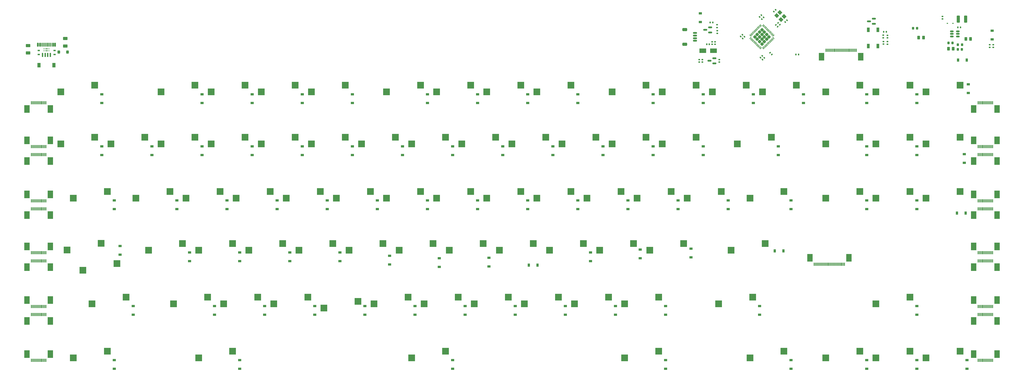
<source format=gbr>
%TF.GenerationSoftware,KiCad,Pcbnew,(6.0.5-0)*%
%TF.CreationDate,2023-01-21T22:01:52+08:00*%
%TF.ProjectId,main,6d61696e-2e6b-4696-9361-645f70636258,Prototype-V1*%
%TF.SameCoordinates,Original*%
%TF.FileFunction,Paste,Bot*%
%TF.FilePolarity,Positive*%
%FSLAX46Y46*%
G04 Gerber Fmt 4.6, Leading zero omitted, Abs format (unit mm)*
G04 Created by KiCad (PCBNEW (6.0.5-0)) date 2023-01-21 22:01:52*
%MOMM*%
%LPD*%
G01*
G04 APERTURE LIST*
G04 Aperture macros list*
%AMRoundRect*
0 Rectangle with rounded corners*
0 $1 Rounding radius*
0 $2 $3 $4 $5 $6 $7 $8 $9 X,Y pos of 4 corners*
0 Add a 4 corners polygon primitive as box body*
4,1,4,$2,$3,$4,$5,$6,$7,$8,$9,$2,$3,0*
0 Add four circle primitives for the rounded corners*
1,1,$1+$1,$2,$3*
1,1,$1+$1,$4,$5*
1,1,$1+$1,$6,$7*
1,1,$1+$1,$8,$9*
0 Add four rect primitives between the rounded corners*
20,1,$1+$1,$2,$3,$4,$5,0*
20,1,$1+$1,$4,$5,$6,$7,0*
20,1,$1+$1,$6,$7,$8,$9,0*
20,1,$1+$1,$8,$9,$2,$3,0*%
%AMRotRect*
0 Rectangle, with rotation*
0 The origin of the aperture is its center*
0 $1 length*
0 $2 width*
0 $3 Rotation angle, in degrees counterclockwise*
0 Add horizontal line*
21,1,$1,$2,0,0,$3*%
G04 Aperture macros list end*
%ADD10R,2.550000X2.500000*%
%ADD11R,1.200000X0.900000*%
%ADD12R,0.300000X1.300000*%
%ADD13R,2.000000X3.000000*%
%ADD14RoundRect,0.250000X0.625000X-0.375000X0.625000X0.375000X-0.625000X0.375000X-0.625000X-0.375000X0*%
%ADD15RoundRect,0.140000X0.170000X-0.140000X0.170000X0.140000X-0.170000X0.140000X-0.170000X-0.140000X0*%
%ADD16RoundRect,0.250000X0.000000X0.413257X-0.413257X0.000000X0.000000X-0.413257X0.413257X0.000000X0*%
%ADD17RoundRect,0.062500X0.220971X0.309359X-0.309359X-0.220971X-0.220971X-0.309359X0.309359X0.220971X0*%
%ADD18RoundRect,0.062500X-0.220971X0.309359X-0.309359X0.220971X0.220971X-0.309359X0.309359X-0.220971X0*%
%ADD19RoundRect,0.225000X-0.225000X-0.250000X0.225000X-0.250000X0.225000X0.250000X-0.225000X0.250000X0*%
%ADD20R,0.900000X0.500000*%
%ADD21RoundRect,0.250000X-0.262500X-0.450000X0.262500X-0.450000X0.262500X0.450000X-0.262500X0.450000X0*%
%ADD22RoundRect,0.140000X-0.021213X0.219203X-0.219203X0.021213X0.021213X-0.219203X0.219203X-0.021213X0*%
%ADD23R,0.900000X1.200000*%
%ADD24R,0.600000X0.450000*%
%ADD25RoundRect,0.140000X-0.219203X-0.021213X-0.021213X-0.219203X0.219203X0.021213X0.021213X0.219203X0*%
%ADD26RoundRect,0.135000X0.135000X0.185000X-0.135000X0.185000X-0.135000X-0.185000X0.135000X-0.185000X0*%
%ADD27RoundRect,0.135000X-0.185000X0.135000X-0.185000X-0.135000X0.185000X-0.135000X0.185000X0.135000X0*%
%ADD28RoundRect,0.135000X-0.135000X-0.185000X0.135000X-0.185000X0.135000X0.185000X-0.135000X0.185000X0*%
%ADD29RotRect,1.400000X1.200000X315.000000*%
%ADD30RoundRect,0.147500X-0.172500X0.147500X-0.172500X-0.147500X0.172500X-0.147500X0.172500X0.147500X0*%
%ADD31RoundRect,0.135000X0.185000X-0.135000X0.185000X0.135000X-0.185000X0.135000X-0.185000X-0.135000X0*%
%ADD32RoundRect,0.140000X-0.170000X0.140000X-0.170000X-0.140000X0.170000X-0.140000X0.170000X0.140000X0*%
%ADD33RoundRect,0.150000X-0.512500X-0.150000X0.512500X-0.150000X0.512500X0.150000X-0.512500X0.150000X0*%
%ADD34RoundRect,0.250000X-0.375000X-1.075000X0.375000X-1.075000X0.375000X1.075000X-0.375000X1.075000X0*%
%ADD35RoundRect,0.250000X-0.625000X0.375000X-0.625000X-0.375000X0.625000X-0.375000X0.625000X0.375000X0*%
%ADD36RoundRect,0.140000X0.219203X0.021213X0.021213X0.219203X-0.219203X-0.021213X-0.021213X-0.219203X0*%
%ADD37RoundRect,0.225000X0.225000X0.250000X-0.225000X0.250000X-0.225000X-0.250000X0.225000X-0.250000X0*%
%ADD38RoundRect,0.150000X0.587500X0.150000X-0.587500X0.150000X-0.587500X-0.150000X0.587500X-0.150000X0*%
%ADD39RoundRect,0.150000X0.625000X-0.150000X0.625000X0.150000X-0.625000X0.150000X-0.625000X-0.150000X0*%
%ADD40RoundRect,0.250000X0.650000X-0.350000X0.650000X0.350000X-0.650000X0.350000X-0.650000X-0.350000X0*%
%ADD41R,2.500000X1.800000*%
%ADD42RoundRect,0.140000X0.021213X-0.219203X0.219203X-0.021213X-0.021213X0.219203X-0.219203X0.021213X0*%
%ADD43RoundRect,0.140000X-0.140000X-0.170000X0.140000X-0.170000X0.140000X0.170000X-0.140000X0.170000X0*%
%ADD44R,1.200000X1.800000*%
%ADD45R,0.600000X1.550000*%
%ADD46R,1.100000X1.800000*%
%ADD47RoundRect,0.250000X0.262500X0.450000X-0.262500X0.450000X-0.262500X-0.450000X0.262500X-0.450000X0*%
%ADD48RoundRect,0.250000X-0.250000X-0.350000X0.250000X-0.350000X0.250000X0.350000X-0.250000X0.350000X0*%
%ADD49RoundRect,0.125000X0.000000X0.150000X0.000000X0.150000X0.000000X-0.150000X0.000000X-0.150000X0*%
%ADD50R,0.250000X0.550000*%
%ADD51R,0.300000X0.550000*%
%ADD52RoundRect,0.150000X-0.150000X-0.575000X0.150000X-0.575000X0.150000X0.575000X-0.150000X0.575000X0*%
%ADD53RoundRect,0.075000X-0.075000X-0.650000X0.075000X-0.650000X0.075000X0.650000X-0.075000X0.650000X0*%
G04 APERTURE END LIST*
D10*
X250090000Y-17245000D03*
X263017000Y-14705000D03*
X211990000Y-37873300D03*
X224917000Y-35333300D03*
X35777500Y-78095300D03*
X48704500Y-75555300D03*
X-2322500Y-37873300D03*
X10604500Y-35333300D03*
X21490000Y-37873300D03*
X34417000Y-35333300D03*
X254852500Y-98645300D03*
X267779500Y-96105300D03*
X69115000Y-17245000D03*
X82042000Y-14705000D03*
X140552500Y-57658300D03*
X153479500Y-55118300D03*
X216752500Y-57658300D03*
X229679500Y-55118300D03*
X254852500Y-37873300D03*
X267779500Y-35333300D03*
X321765000Y2540000D03*
X334692000Y5080000D03*
X-2322500Y-98645300D03*
X10604500Y-96105300D03*
X73877500Y-78095300D03*
X86804500Y-75555300D03*
X14228750Y-62738300D03*
X1301750Y-65278300D03*
X302715000Y-37873300D03*
X315642000Y-35333300D03*
X283665000Y2540000D03*
X296592000Y5080000D03*
X192940000Y-37873300D03*
X205867000Y-35333300D03*
X221515000Y2540000D03*
X234442000Y5080000D03*
X69115000Y2540000D03*
X82042000Y5080000D03*
X302715000Y2540000D03*
X315642000Y5080000D03*
X150077500Y-78095300D03*
X163004500Y-75555300D03*
X240565000Y2540000D03*
X253492000Y5080000D03*
X202465000Y2540000D03*
X215392000Y5080000D03*
X-7085000Y2540000D03*
X5842000Y5080000D03*
X154840000Y2540000D03*
X167767000Y5080000D03*
X145315000Y-17245000D03*
X158242000Y-14705000D03*
X107215000Y-17245000D03*
X120142000Y-14705000D03*
X321765000Y-98645300D03*
X334692000Y-96105300D03*
X164365000Y-17245000D03*
X177292000Y-14705000D03*
X4821250Y-78095300D03*
X17748250Y-75555300D03*
X247708750Y-57658300D03*
X260635750Y-55118300D03*
X321765000Y-37873300D03*
X334692000Y-35333300D03*
X169127500Y-78095300D03*
X182054500Y-75555300D03*
X45302500Y-57658300D03*
X58229500Y-55118300D03*
X-4685000Y-57645800D03*
X8242000Y-55105800D03*
X102452500Y-57658300D03*
X115379500Y-55118300D03*
X154840000Y-37873300D03*
X167767000Y-35333300D03*
X88165000Y2540000D03*
X101092000Y5080000D03*
X126265000Y-17245000D03*
X139192000Y-14705000D03*
X50065000Y-17245000D03*
X62992000Y-14705000D03*
X283665000Y-17245000D03*
X296592000Y-14705000D03*
X45302500Y-98645300D03*
X58229500Y-96105300D03*
X321765000Y-17245000D03*
X334692000Y-14705000D03*
X178652500Y-57658300D03*
X191579500Y-55118300D03*
X183415000Y-17245000D03*
X196342000Y-14705000D03*
X-7085000Y-17245000D03*
X5842000Y-14705000D03*
X88165000Y-17245000D03*
X101092000Y-14705000D03*
X283665000Y-98645300D03*
X296592000Y-96105300D03*
X116740000Y-37873300D03*
X129667000Y-35333300D03*
X59590000Y-37873300D03*
X72517000Y-35333300D03*
X135790000Y2540000D03*
X148717000Y5080000D03*
X302715000Y-17245000D03*
X315642000Y-14705000D03*
X259615000Y2540000D03*
X272542000Y5080000D03*
X197702500Y-57658300D03*
X210629500Y-55118300D03*
X40540000Y-37873300D03*
X53467000Y-35333300D03*
X54827500Y-78095300D03*
X67754500Y-75555300D03*
X242946250Y-78095300D03*
X255873250Y-75555300D03*
X202465000Y-17245000D03*
X215392000Y-14705000D03*
X26252500Y-57658300D03*
X39179500Y-55118300D03*
X64352500Y-57658300D03*
X77279500Y-55118300D03*
X173890000Y2540000D03*
X186817000Y5080000D03*
X31015000Y2540000D03*
X43942000Y5080000D03*
X207227500Y-78095300D03*
X220154500Y-75555300D03*
X116740000Y2540000D03*
X129667000Y5080000D03*
X83402500Y-57658300D03*
X96329500Y-55118300D03*
X135790000Y-37873300D03*
X148717000Y-35333300D03*
X126265000Y-98645300D03*
X139192000Y-96105300D03*
X221515000Y-17245000D03*
X234442000Y-14705000D03*
X207227500Y-98645300D03*
X220154500Y-96105300D03*
X111977500Y-78095300D03*
X124904500Y-75555300D03*
X11965000Y-17245000D03*
X24892000Y-14705000D03*
X121502500Y-57658300D03*
X134429500Y-55118300D03*
X31015000Y-17245000D03*
X43942000Y-14705000D03*
X131027500Y-78095300D03*
X143954500Y-75555300D03*
X188177500Y-78095300D03*
X201104500Y-75555300D03*
X78640000Y-37873300D03*
X91567000Y-35333300D03*
X173890000Y-37873300D03*
X186817000Y-35333300D03*
X50065000Y2540000D03*
X62992000Y5080000D03*
X159602500Y-57658300D03*
X172529500Y-55118300D03*
X302715000Y-98645300D03*
X315642000Y-96105300D03*
X92927500Y-79728721D03*
X105854500Y-77188721D03*
X231040000Y-37873300D03*
X243967000Y-35333300D03*
X283665000Y-37873300D03*
X296592000Y-35333300D03*
X302715000Y-78095300D03*
X315642000Y-75555300D03*
X97690000Y-37873300D03*
X110617000Y-35333300D03*
D11*
X13262500Y-42063300D03*
X13262500Y-38763300D03*
X84700000Y-1650000D03*
X84700000Y1650000D03*
D12*
X341575000Y-79085300D03*
X342075000Y-79085300D03*
X342575000Y-79085300D03*
X343075000Y-79085300D03*
X343575000Y-79085300D03*
X344075000Y-79085300D03*
X344575000Y-79085300D03*
X345075000Y-79085300D03*
X345575000Y-79085300D03*
X346075000Y-79085300D03*
X346575000Y-79085300D03*
X347075000Y-79085300D03*
D13*
X339885000Y-76685300D03*
X348765000Y-76685300D03*
D11*
X236000000Y32450000D03*
X236000000Y29150000D03*
D12*
X-12725000Y-1550000D03*
X-13225000Y-1550000D03*
X-13725000Y-1550000D03*
X-14225000Y-1550000D03*
X-14725000Y-1550000D03*
X-15225000Y-1550000D03*
X-15725000Y-1550000D03*
X-16225000Y-1550000D03*
X-16725000Y-1550000D03*
X-17225000Y-1550000D03*
X-17725000Y-1550000D03*
X-18225000Y-1550000D03*
D13*
X-11035000Y-3950000D03*
X-19915000Y-3950000D03*
D12*
X-12725000Y-41963300D03*
X-13225000Y-41963300D03*
X-13725000Y-41963300D03*
X-14225000Y-41963300D03*
X-14725000Y-41963300D03*
X-15225000Y-41963300D03*
X-15725000Y-41963300D03*
X-16225000Y-41963300D03*
X-16725000Y-41963300D03*
X-17225000Y-41963300D03*
X-17725000Y-41963300D03*
X-18225000Y-41963300D03*
D13*
X-19915000Y-44363300D03*
X-11035000Y-44363300D03*
D14*
X-19508000Y17394000D03*
X-19508000Y20194000D03*
D11*
X199000000Y-21435000D03*
X199000000Y-18135000D03*
X46600000Y-21435000D03*
X46600000Y-18135000D03*
D15*
X307100000Y23140000D03*
X307100000Y24100000D03*
D16*
X256717690Y23525000D03*
X257619251Y22623439D03*
X258520812Y25328122D03*
X261225495Y24426561D03*
X259422373Y22623439D03*
X260323934Y23525000D03*
X261225495Y22623439D03*
X259422373Y20820317D03*
X260323934Y25328122D03*
X257619251Y24426561D03*
X262127056Y23525000D03*
X258520812Y21721878D03*
X259422373Y26229683D03*
X259422373Y24426561D03*
X258520812Y23525000D03*
X260323934Y21721878D03*
D17*
X259908509Y27900223D03*
X260262062Y27546670D03*
X260615616Y27193116D03*
X260969169Y26839563D03*
X261322722Y26486010D03*
X261676276Y26132456D03*
X262029829Y25778903D03*
X262383383Y25425349D03*
X262736936Y25071796D03*
X263090489Y24718243D03*
X263444043Y24364689D03*
X263797596Y24011136D03*
D18*
X263797596Y23038864D03*
X263444043Y22685311D03*
X263090489Y22331757D03*
X262736936Y21978204D03*
X262383383Y21624651D03*
X262029829Y21271097D03*
X261676276Y20917544D03*
X261322722Y20563990D03*
X260969169Y20210437D03*
X260615616Y19856884D03*
X260262062Y19503330D03*
X259908509Y19149777D03*
D17*
X258936237Y19149777D03*
X258582684Y19503330D03*
X258229130Y19856884D03*
X257875577Y20210437D03*
X257522024Y20563990D03*
X257168470Y20917544D03*
X256814917Y21271097D03*
X256461363Y21624651D03*
X256107810Y21978204D03*
X255754257Y22331757D03*
X255400703Y22685311D03*
X255047150Y23038864D03*
D18*
X255047150Y24011136D03*
X255400703Y24364689D03*
X255754257Y24718243D03*
X256107810Y25071796D03*
X256461363Y25425349D03*
X256814917Y25778903D03*
X257168470Y26132456D03*
X257522024Y26486010D03*
X257875577Y26839563D03*
X258229130Y27193116D03*
X258582684Y27546670D03*
X258936237Y27900223D03*
D11*
X336350000Y-24422500D03*
X336350000Y-21122500D03*
X13262500Y-102835300D03*
X13262500Y-99535300D03*
D19*
X330286700Y21190507D03*
X331836700Y21190507D03*
D12*
X-12725000Y-82185300D03*
X-13225000Y-82185300D03*
X-13725000Y-82185300D03*
X-14225000Y-82185300D03*
X-14725000Y-82185300D03*
X-15225000Y-82185300D03*
X-15725000Y-82185300D03*
X-16225000Y-82185300D03*
X-16725000Y-82185300D03*
X-17225000Y-82185300D03*
X-17725000Y-82185300D03*
X-18225000Y-82185300D03*
D13*
X-19915000Y-84585300D03*
X-11035000Y-84585300D03*
D11*
X141850000Y-21435000D03*
X141850000Y-18135000D03*
X346930000Y25900000D03*
X346930000Y22600000D03*
X256150000Y-1650000D03*
X256150000Y1650000D03*
D20*
X-9475000Y18289000D03*
X-9475000Y16789000D03*
D21*
X318997500Y23260000D03*
X320822500Y23260000D03*
D11*
X160900000Y-21435000D03*
X160900000Y-18135000D03*
X15430000Y-59365800D03*
X15430000Y-56065800D03*
X299250000Y-1650000D03*
X299250000Y1650000D03*
D22*
X264589411Y33812058D03*
X263910589Y33133236D03*
D23*
X334010000Y14710000D03*
X337310000Y14710000D03*
D11*
X84700000Y-21435000D03*
X84700000Y-18135000D03*
D24*
X329880000Y28680000D03*
X331980000Y28680000D03*
D11*
X46600000Y-1650000D03*
X46600000Y1650000D03*
X79937500Y-61848300D03*
X79937500Y-58548300D03*
D25*
X262521178Y17478822D03*
X263200000Y16800000D03*
D11*
X113275000Y-42063300D03*
X113275000Y-38763300D03*
X189475000Y-1650000D03*
X189475000Y1650000D03*
D26*
X334900000Y27160000D03*
X333880000Y27160000D03*
D27*
X305520000Y24140000D03*
X305520000Y23120000D03*
D28*
X272290000Y16800000D03*
X273310000Y16800000D03*
D11*
X194237500Y-61848300D03*
X194237500Y-58548300D03*
D29*
X266277235Y32845733D03*
X267832870Y31290098D03*
X266630789Y30088017D03*
X265075154Y31643652D03*
D11*
X103750000Y-1650000D03*
X103750000Y1650000D03*
D12*
X341575000Y-58648300D03*
X342075000Y-58648300D03*
X342575000Y-58648300D03*
X343075000Y-58648300D03*
X343575000Y-58648300D03*
X344075000Y-58648300D03*
X344575000Y-58648300D03*
X345075000Y-58648300D03*
X345575000Y-58648300D03*
X346075000Y-58648300D03*
X346575000Y-58648300D03*
X347075000Y-58648300D03*
D13*
X339885000Y-56248300D03*
X348765000Y-56248300D03*
D26*
X306740000Y25480000D03*
X305720000Y25480000D03*
D12*
X341575000Y-99635300D03*
X342075000Y-99635300D03*
X342575000Y-99635300D03*
X343075000Y-99635300D03*
X343575000Y-99635300D03*
X344075000Y-99635300D03*
X344575000Y-99635300D03*
X345075000Y-99635300D03*
X345575000Y-99635300D03*
X346075000Y-99635300D03*
X346575000Y-99635300D03*
X347075000Y-99635300D03*
D13*
X339885000Y-97235300D03*
X348765000Y-97235300D03*
D11*
X146612500Y-82285300D03*
X146612500Y-78985300D03*
D27*
X346030000Y20540000D03*
X346030000Y19520000D03*
D30*
X241582500Y21662000D03*
X241582500Y20692000D03*
D31*
X307150000Y20690000D03*
X307150000Y21710000D03*
D12*
X-12725000Y-21335000D03*
X-13225000Y-21335000D03*
X-13725000Y-21335000D03*
X-14225000Y-21335000D03*
X-14725000Y-21335000D03*
X-15225000Y-21335000D03*
X-15725000Y-21335000D03*
X-16225000Y-21335000D03*
X-16725000Y-21335000D03*
X-17225000Y-21335000D03*
X-17725000Y-21335000D03*
X-18225000Y-21335000D03*
D13*
X-11035000Y-23735000D03*
X-19915000Y-23735000D03*
D32*
X347370000Y20500000D03*
X347370000Y19540000D03*
D11*
X232490000Y-60405800D03*
X232490000Y-57105800D03*
X70412500Y-82285300D03*
X70412500Y-78985300D03*
X299250000Y-42063300D03*
X299250000Y-38763300D03*
X213180000Y-60765800D03*
X213180000Y-57465800D03*
X222812500Y-82285300D03*
X222812500Y-78985300D03*
D12*
X341575000Y-38863300D03*
X342075000Y-38863300D03*
X342575000Y-38863300D03*
X343075000Y-38863300D03*
X343575000Y-38863300D03*
X344075000Y-38863300D03*
X344575000Y-38863300D03*
X345075000Y-38863300D03*
X345575000Y-38863300D03*
X346075000Y-38863300D03*
X346575000Y-38863300D03*
X347075000Y-38863300D03*
D13*
X339885000Y-36463300D03*
X348765000Y-36463300D03*
D11*
X318300000Y-1650000D03*
X318300000Y1650000D03*
D33*
X331612500Y23700000D03*
X331612500Y24650000D03*
X331612500Y25600000D03*
X333887500Y25600000D03*
X333887500Y24650000D03*
X333887500Y23700000D03*
D12*
X347075000Y-41963300D03*
X346575000Y-41963300D03*
X346075000Y-41963300D03*
X345575000Y-41963300D03*
X345075000Y-41963300D03*
X344575000Y-41963300D03*
X344075000Y-41963300D03*
X343575000Y-41963300D03*
X343075000Y-41963300D03*
X342575000Y-41963300D03*
X342075000Y-41963300D03*
X341575000Y-41963300D03*
D13*
X348765000Y-44363300D03*
X339885000Y-44363300D03*
D34*
X334080000Y30280000D03*
X336880000Y30280000D03*
D35*
X-5411000Y22861000D03*
X-5411000Y20061000D03*
D11*
X8500000Y-1650000D03*
X8500000Y1650000D03*
D15*
X305570000Y20750000D03*
X305570000Y21710000D03*
D12*
X-18225000Y-58648300D03*
X-17725000Y-58648300D03*
X-17225000Y-58648300D03*
X-16725000Y-58648300D03*
X-16225000Y-58648300D03*
X-15725000Y-58648300D03*
X-15225000Y-58648300D03*
X-14725000Y-58648300D03*
X-14225000Y-58648300D03*
X-13725000Y-58648300D03*
X-13225000Y-58648300D03*
X-12725000Y-58648300D03*
D13*
X-11035000Y-56248300D03*
X-19915000Y-56248300D03*
D22*
X252739411Y23539411D03*
X252060589Y22860589D03*
D11*
X8500000Y-21435000D03*
X8500000Y-18135000D03*
X227575000Y-42063300D03*
X227575000Y-38763300D03*
X56125000Y-42063300D03*
X56125000Y-38763300D03*
X318300000Y-21435000D03*
X318300000Y-18135000D03*
D15*
X236800000Y13920000D03*
X236800000Y14880000D03*
D20*
X-15444000Y18289000D03*
X-15444000Y16789000D03*
D36*
X265430181Y27407535D03*
X264751359Y28086357D03*
D11*
X318300000Y-82285300D03*
X318300000Y-78985300D03*
X60887500Y-61848300D03*
X60887500Y-58548300D03*
D15*
X235600000Y13920000D03*
X235600000Y14880000D03*
D37*
X318400000Y26800000D03*
X316850000Y26800000D03*
D11*
X318300000Y-42063300D03*
X318300000Y-38763300D03*
D22*
X252006904Y24339411D03*
X251328082Y23660589D03*
D11*
X237100000Y-21435000D03*
X237100000Y-18135000D03*
X136820000Y-64065800D03*
X136820000Y-60765800D03*
X258531250Y-82285300D03*
X258531250Y-78985300D03*
D23*
X333550000Y-43600000D03*
X336850000Y-43600000D03*
D21*
X336897500Y22710000D03*
X338722500Y22710000D03*
D11*
X275200000Y-1650000D03*
X275200000Y1650000D03*
D38*
X301967500Y30410000D03*
X301967500Y28510000D03*
X300092500Y29460000D03*
D11*
X51362500Y-82285300D03*
X51362500Y-78985300D03*
X337350000Y-102835300D03*
X337350000Y-99535300D03*
D15*
X328000000Y30320000D03*
X328000000Y31280000D03*
D39*
X233947800Y22025000D03*
X233947800Y23025000D03*
X233947800Y24025000D03*
X233947800Y25025000D03*
D40*
X230072800Y26325000D03*
X230072800Y20725000D03*
D41*
X236982500Y18247000D03*
X240982500Y18247000D03*
D11*
X132325000Y-1650000D03*
X132325000Y1650000D03*
D42*
X259660589Y14860589D03*
X260339411Y15539411D03*
D11*
X189475000Y-42063300D03*
X189475000Y-38763300D03*
D12*
X-18225000Y-99635300D03*
X-17725000Y-99635300D03*
X-17225000Y-99635300D03*
X-16725000Y-99635300D03*
X-16225000Y-99635300D03*
X-15725000Y-99635300D03*
X-15225000Y-99635300D03*
X-14725000Y-99635300D03*
X-14225000Y-99635300D03*
X-13725000Y-99635300D03*
X-13225000Y-99635300D03*
X-12725000Y-99635300D03*
D13*
X-11035000Y-97235300D03*
X-19915000Y-97235300D03*
D11*
X208525000Y-42063300D03*
X208525000Y-38763300D03*
X98987500Y-61848300D03*
X98987500Y-58548300D03*
X179950000Y-21435000D03*
X179950000Y-18135000D03*
X155630000Y-63905800D03*
X155630000Y-60605800D03*
X237100000Y-1650000D03*
X237100000Y1650000D03*
D37*
X335455000Y20560000D03*
X333905000Y20560000D03*
D42*
X258860589Y15660589D03*
X259539411Y16339411D03*
D43*
X239764982Y28991855D03*
X240724982Y28991855D03*
D38*
X239737500Y27117913D03*
X239737500Y25217913D03*
X237862500Y26167913D03*
D11*
X218050000Y-1650000D03*
X218050000Y1650000D03*
D12*
X279313900Y-62998300D03*
X279813900Y-62998300D03*
X280313900Y-62998300D03*
X280813900Y-62998300D03*
X281313900Y-62998300D03*
X281813900Y-62998300D03*
X282313900Y-62998300D03*
X282813900Y-62998300D03*
X283313900Y-62998300D03*
X283813900Y-62998300D03*
X284313900Y-62998300D03*
X284813900Y-62998300D03*
X285313900Y-62998300D03*
X285813900Y-62998300D03*
X286313900Y-62998300D03*
X286813900Y-62998300D03*
X287313900Y-62998300D03*
X287813900Y-62998300D03*
X288313900Y-62998300D03*
X288813900Y-62998300D03*
X289313900Y-62998300D03*
X289813900Y-62998300D03*
X290313900Y-62998300D03*
X290813900Y-62998300D03*
D13*
X277623900Y-60598300D03*
X292503900Y-60598300D03*
D44*
X-15325000Y12775000D03*
X-9725000Y12775000D03*
D45*
X-11025000Y16650000D03*
X-12025000Y16650000D03*
X-13025000Y16650000D03*
X-14025000Y16650000D03*
D27*
X242400000Y28110000D03*
X242400000Y27090000D03*
D37*
X335445000Y18730000D03*
X333895000Y18730000D03*
D12*
X-12725000Y-61748300D03*
X-13225000Y-61748300D03*
X-13725000Y-61748300D03*
X-14225000Y-61748300D03*
X-14725000Y-61748300D03*
X-15225000Y-61748300D03*
X-15725000Y-61748300D03*
X-16225000Y-61748300D03*
X-16725000Y-61748300D03*
X-17225000Y-61748300D03*
X-17725000Y-61748300D03*
X-18225000Y-61748300D03*
D13*
X-11035000Y-64148300D03*
X-19915000Y-64148300D03*
D46*
X299820000Y26240000D03*
X299820000Y20040000D03*
X303520000Y20040000D03*
X303520000Y26240000D03*
D11*
X165662500Y-82285300D03*
X165662500Y-78985300D03*
X246625000Y-42063300D03*
X246625000Y-38763300D03*
D38*
X241337500Y15350000D03*
X241337500Y13450000D03*
X239462500Y14400000D03*
D11*
X299250000Y-21435000D03*
X299250000Y-18135000D03*
X41837500Y-61848300D03*
X41837500Y-58548300D03*
X122800000Y-21435000D03*
X122800000Y-18135000D03*
X60887500Y-102835300D03*
X60887500Y-99535300D03*
D15*
X243200000Y13920000D03*
X243200000Y14880000D03*
D36*
X266247971Y28123495D03*
X265569149Y28802317D03*
D47*
X332137500Y19000000D03*
X330312500Y19000000D03*
D11*
X170425000Y-1650000D03*
X170425000Y1650000D03*
X270437500Y-42063300D03*
X270437500Y-38763300D03*
D48*
X-7823000Y17778000D03*
X-4523000Y17778000D03*
D15*
X240502500Y20697000D03*
X240502500Y21657000D03*
D12*
X347075000Y-1550000D03*
X346575000Y-1550000D03*
X346075000Y-1550000D03*
X345575000Y-1550000D03*
X345075000Y-1550000D03*
X344575000Y-1550000D03*
X344075000Y-1550000D03*
X343575000Y-1550000D03*
X343075000Y-1550000D03*
X342575000Y-1550000D03*
X342075000Y-1550000D03*
X341575000Y-1550000D03*
D13*
X339885000Y-3950000D03*
X348765000Y-3950000D03*
D31*
X242430455Y24842055D03*
X242430455Y25862055D03*
D12*
X341575000Y-18235000D03*
X342075000Y-18235000D03*
X342575000Y-18235000D03*
X343075000Y-18235000D03*
X343575000Y-18235000D03*
X344075000Y-18235000D03*
X344575000Y-18235000D03*
X345075000Y-18235000D03*
X345575000Y-18235000D03*
X346075000Y-18235000D03*
X346575000Y-18235000D03*
X347075000Y-18235000D03*
D13*
X348765000Y-15835000D03*
X339885000Y-15835000D03*
D11*
X170425000Y-42063300D03*
X170425000Y-38763300D03*
X127562500Y-82285300D03*
X127562500Y-78985300D03*
X27550000Y-21435000D03*
X27550000Y-18135000D03*
D12*
X295271400Y18375000D03*
X294771400Y18375000D03*
X294271400Y18375000D03*
X293771400Y18375000D03*
X293271400Y18375000D03*
X292771400Y18375000D03*
X292271400Y18375000D03*
X291771400Y18375000D03*
X291271400Y18375000D03*
X290771400Y18375000D03*
X290271400Y18375000D03*
X289771400Y18375000D03*
X289271400Y18375000D03*
X288771400Y18375000D03*
X288271400Y18375000D03*
X287771400Y18375000D03*
X287271400Y18375000D03*
X286771400Y18375000D03*
X286271400Y18375000D03*
X285771400Y18375000D03*
X285271400Y18375000D03*
X284771400Y18375000D03*
X284271400Y18375000D03*
X283771400Y18375000D03*
D13*
X296961400Y15975000D03*
X282081400Y15975000D03*
D11*
X222812500Y-102835300D03*
X222812500Y-99535300D03*
D49*
X-11523000Y18256600D03*
D50*
X-12023000Y18256600D03*
D51*
X-12523000Y18256600D03*
D50*
X-13023000Y18256600D03*
X-13523000Y18256600D03*
X-13523000Y19026600D03*
X-13023000Y19026600D03*
D51*
X-12523000Y19026600D03*
D50*
X-12023000Y19026600D03*
X-11523000Y19026600D03*
D22*
X268928822Y29851469D03*
X268250000Y29172647D03*
X259174248Y31814945D03*
X258495426Y31136123D03*
D11*
X270437500Y-102835300D03*
X270437500Y-99535300D03*
X117890000Y-63145800D03*
X117890000Y-59845800D03*
X108512500Y-82285300D03*
X108512500Y-78985300D03*
X184712500Y-82285300D03*
X184712500Y-78985300D03*
X218050000Y-21435000D03*
X218050000Y-18135000D03*
X318300000Y-102835300D03*
X318300000Y-99535300D03*
D12*
X-18225000Y-38863300D03*
X-17725000Y-38863300D03*
X-17225000Y-38863300D03*
X-16725000Y-38863300D03*
X-16225000Y-38863300D03*
X-15725000Y-38863300D03*
X-15225000Y-38863300D03*
X-14725000Y-38863300D03*
X-14225000Y-38863300D03*
X-13725000Y-38863300D03*
X-13225000Y-38863300D03*
X-12725000Y-38863300D03*
D13*
X-19915000Y-36463300D03*
X-11035000Y-36463300D03*
D12*
X347075000Y-82185300D03*
X346575000Y-82185300D03*
X346075000Y-82185300D03*
X345575000Y-82185300D03*
X345075000Y-82185300D03*
X344575000Y-82185300D03*
X344075000Y-82185300D03*
X343575000Y-82185300D03*
X343075000Y-82185300D03*
X342575000Y-82185300D03*
X342075000Y-82185300D03*
X341575000Y-82185300D03*
D13*
X348765000Y-84585300D03*
X339885000Y-84585300D03*
D11*
X65650000Y-1650000D03*
X65650000Y1650000D03*
X203762500Y-82285300D03*
X203762500Y-78985300D03*
D12*
X347075000Y-21335000D03*
X346575000Y-21335000D03*
X346075000Y-21335000D03*
X345575000Y-21335000D03*
X345075000Y-21335000D03*
X344575000Y-21335000D03*
X344075000Y-21335000D03*
X343575000Y-21335000D03*
X343075000Y-21335000D03*
X342575000Y-21335000D03*
X342075000Y-21335000D03*
X341575000Y-21335000D03*
D13*
X339885000Y-23735000D03*
X348765000Y-23735000D03*
D12*
X-18225000Y-79085300D03*
X-17725000Y-79085300D03*
X-17225000Y-79085300D03*
X-16725000Y-79085300D03*
X-16225000Y-79085300D03*
X-15725000Y-79085300D03*
X-15225000Y-79085300D03*
X-14725000Y-79085300D03*
X-14225000Y-79085300D03*
X-13725000Y-79085300D03*
X-13225000Y-79085300D03*
X-12725000Y-79085300D03*
D13*
X-19915000Y-76685300D03*
X-11035000Y-76685300D03*
D11*
X20406250Y-82285300D03*
X20406250Y-78985300D03*
D23*
X267570000Y-57985800D03*
X264270000Y-57985800D03*
D11*
X265675000Y-21435000D03*
X265675000Y-18135000D03*
D23*
X170800000Y-63345800D03*
X174100000Y-63345800D03*
D11*
X103750000Y-21435000D03*
X103750000Y-18135000D03*
X132325000Y-42063300D03*
X132325000Y-38763300D03*
X65650000Y-21435000D03*
X65650000Y-18135000D03*
X337900000Y2180000D03*
X337900000Y5480000D03*
D52*
X-15773000Y20550000D03*
X-14973000Y20550000D03*
D53*
X-13773000Y20550000D03*
X-12777000Y20550000D03*
X-12273000Y20550000D03*
X-11273000Y20550000D03*
D52*
X-9273000Y20550000D03*
X-10073000Y20550000D03*
D53*
X-10773000Y20550000D03*
X-11773000Y20550000D03*
X-13273000Y20550000D03*
X-14273000Y20550000D03*
D12*
X-18225000Y-18235000D03*
X-17725000Y-18235000D03*
X-17225000Y-18235000D03*
X-16725000Y-18235000D03*
X-16225000Y-18235000D03*
X-15725000Y-18235000D03*
X-15225000Y-18235000D03*
X-14725000Y-18235000D03*
X-14225000Y-18235000D03*
X-13725000Y-18235000D03*
X-13225000Y-18235000D03*
X-12725000Y-18235000D03*
D13*
X-19915000Y-15835000D03*
X-11035000Y-15835000D03*
D11*
X151375000Y-1650000D03*
X151375000Y1650000D03*
X94225000Y-42063300D03*
X94225000Y-38763300D03*
X75175000Y-42063300D03*
X75175000Y-38763300D03*
X299250000Y-102835300D03*
X299250000Y-99535300D03*
D12*
X347075000Y-61748300D03*
X346575000Y-61748300D03*
X346075000Y-61748300D03*
X345575000Y-61748300D03*
X345075000Y-61748300D03*
X344575000Y-61748300D03*
X344075000Y-61748300D03*
X343575000Y-61748300D03*
X343075000Y-61748300D03*
X342575000Y-61748300D03*
X342075000Y-61748300D03*
X341575000Y-61748300D03*
D13*
X339885000Y-64148300D03*
X348765000Y-64148300D03*
D22*
X260061564Y30954517D03*
X259382742Y30275695D03*
D11*
X37075000Y-42063300D03*
X37075000Y-38763300D03*
D43*
X238452500Y20697000D03*
X239412500Y20697000D03*
D11*
X141850000Y-102835300D03*
X141850000Y-99535300D03*
X89462500Y-82285300D03*
X89462500Y-78985300D03*
X151375000Y-42063300D03*
X151375000Y-38763300D03*
M02*

</source>
